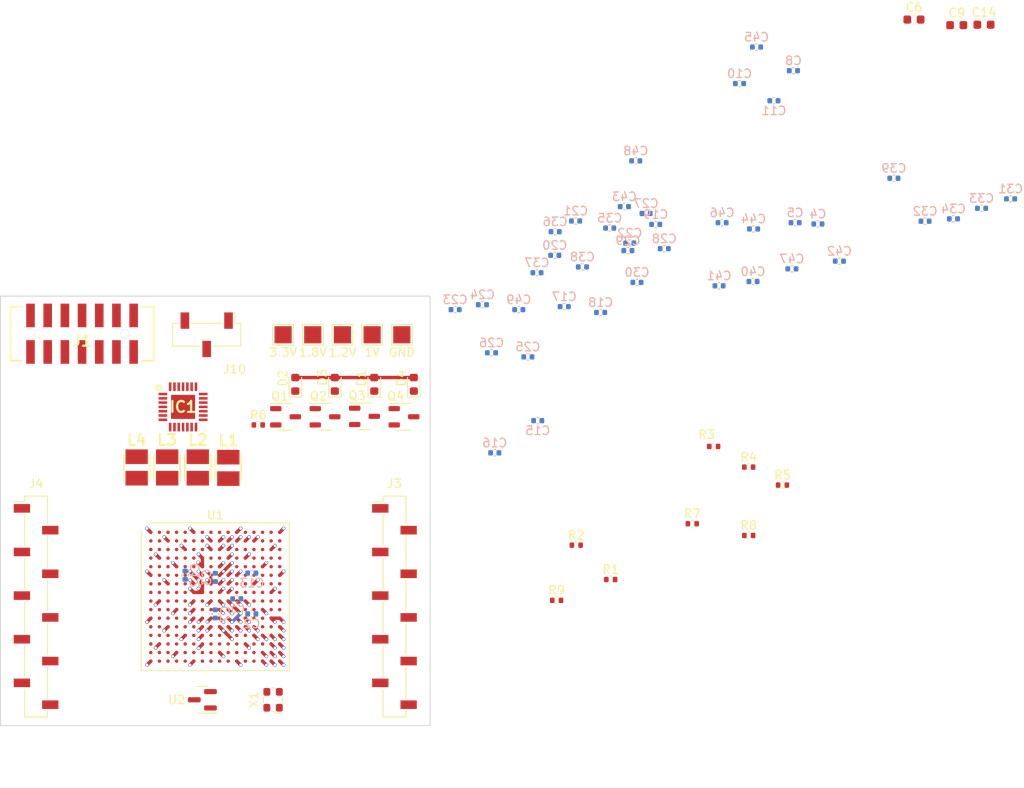
<source format=kicad_pcb>
(kicad_pcb (version 20221018) (generator pcbnew)
  (layers (0 "F.Cu" signal) (1 "In1.Cu" signal) (2 "In2.Cu" signal) (3 "In3.Cu" signal) (4 "In4.Cu" signal) (5 "In5.Cu" signal) (6 "In6.Cu" signal) (31 "B.Cu" signal) (34 "B.Paste" user) (35 "F.Paste" user) (36 "B.SilkS" user "B.Silkscreen") (37 "F.SilkS" user "F.Silkscreen") (38 "B.Mask" user) (39 "F.Mask" user) (44 "Edge.Cuts" user))
  (net 0 "")
  (net 1 "GND")
  (net 2 "EN1")
  (net 3 "Net-(D1-K)")
  (net 4 "Net-(D2-K)")
  (net 5 "Net-(D3-K)")
  (net 6 "Net-(D4-K)")
  (net 7 "EN3")
  (net 8 "PG4")
  (net 9 "EN4")
  (net 10 "LX4")
  (net 11 "LX3")
  (net 12 "EN2")
  (net 13 "LX2")
  (net 14 "LX1")
  (net 17 "TDI")
  (net 18 "TDO")
  (net 19 "TCK")
  (net 20 "TMS")
  (net 21 "Net-(J3-Pin_1)")
  (net 22 "Net-(J3-Pin_2)")
  (net 23 "Net-(J3-Pin_3)")
  (net 24 "Net-(J3-Pin_4)")
  (net 25 "Net-(J3-Pin_5)")
  (net 26 "Net-(J3-Pin_6)")
  (net 27 "Net-(J3-Pin_7)")
  (net 28 "Net-(J3-Pin_8)")
  (net 29 "Net-(J3-Pin_9)")
  (net 30 "Net-(J3-Pin_10)")
  (net 31 "Net-(J4-Pin_1)")
  (net 32 "Net-(J4-Pin_2)")
  (net 33 "Net-(J4-Pin_3)")
  (net 34 "Net-(J4-Pin_4)")
  (net 35 "Net-(J4-Pin_5)")
  (net 36 "Net-(J4-Pin_6)")
  (net 37 "Net-(J4-Pin_7)")
  (net 38 "Net-(J4-Pin_8)")
  (net 39 "Net-(J4-Pin_9)")
  (net 40 "Net-(J4-Pin_10)")
  (net 41 "DONE")
  (net 42 "LED_Test")
  (net 43 "INIT_B")
  (net 44 "Net-(U1C-PROGRAM_B_0)")
  (net 45 "Net-(X1-Tri-State)")
  (net 101 "Net-(U1C-VREFP_0)")
  (net 117 "CLK")
  (net 200 "1.8V")
  (net 201 "1V")
  (net 202 "3.3V")
  (net 203 "1.2V")
  (footprint "Resistor_SMD:R_0402_1005Metric" (layer "F.Cu") (at 159.99 90.5)
    (fp_text reference "R3")
    (fp_text value "10k")
  )
  (footprint "Connector_PinSocket_2.54mm:PinSocket_1x10_P2.54mm_Vertical_SMD_Pin1Left" (layer "F.Cu") (at 81.15 109.14)
    (fp_text reference "J4")
    (fp_text value "Conn_01x10_Socket")
  )
  (footprint "LED_SMD:LED_0603_1608Metric" (layer "F.Cu") (at 115.91 83.27 90)
    (fp_text reference "D3")
    (fp_text value "DONE")
  )
  (footprint "Resistor_SMD:R_0402_1005Metric" (layer "F.Cu") (at 157.5 99.5)
    (fp_text reference "R7")
    (fp_text value "1k")
  )
  (footprint "74404032015:INDPM3030X150N" (layer "F.Cu") (at 92.85 92.95 -90)
    (fp_text reference "L4")
    (fp_text value "1u5" hide)
  )
  (footprint "TestPoint:TestPoint_Pad_2.0x2.0mm" (layer "F.Cu") (at 120.25 77.5)
    (fp_text reference "TP2" hide)
    (fp_text value "1V")
  )
  (footprint "LED_SMD:LED_0603_1608Metric" (layer "F.Cu") (at 125.1 83.27 90)
    (fp_text reference "D4")
    (fp_text value "INIT_B")
  )
  (footprint "Resistor_SMD:R_0402_1005Metric" (layer "F.Cu") (at 144 102)
    (fp_text reference "R2")
    (fp_text value "4k7")
  )
  (footprint "TestPoint:TestPoint_Pad_2.0x2.0mm" (layer "F.Cu") (at 123.70335 77.5)
    (fp_text reference "TP1" hide)
    (fp_text value "GND")
  )
  (footprint "Package_TO_SOT_SMD:SOT-23-3" (layer "F.Cu") (at 123.955556 87.05)
    (fp_text reference "Q4")
    (fp_text value "2N7000")
  )
  (footprint "74404032015:INDPM3030X150N" (layer "F.Cu") (at 96.405555 92.95 -90)
    (fp_text reference "L3")
    (fp_text value "1u5" hide)
  )
  (footprint "Capacitor_SMD:C_0603_1608Metric" (layer "F.Cu") (at 191.449 41.4)
    (fp_text reference "C14")
    (fp_text value "100u")
  )
  (footprint "Resistor_SMD:R_0402_1005Metric" (layer "F.Cu") (at 107 88)
    (fp_text reference "R6")
    (fp_text value "10k")
  )
  (footprint "74404032015:INDPM3030X150N" (layer "F.Cu") (at 103.516665 93 -90)
    (fp_text reference "L1")
    (fp_text value "1u5" hide)
  )
  (footprint "LED_SMD:LED_0603_1608Metric" (layer "F.Cu") (at 111.31 83.27 90)
    (fp_text reference "D2")
    (fp_text value "PG")
  )
  (footprint "TestPoint:TestPoint_Pad_2.0x2.0mm" (layer "F.Cu") (at 116.79665 77.5)
    (fp_text reference "TP3" hide)
    (fp_text value "1.2V")
  )
  (footprint "Resistor_SMD:R_0402_1005Metric" (layer "F.Cu") (at 141.72 108.42)
    (fp_text reference "R9")
    (fp_text value "1k")
  )
  (footprint "LED_SMD:LED_0603_1608Metric" (layer "F.Cu") (at 120.5 83.27 90)
    (fp_text reference "D1")
    (fp_text value "Test-LED")
  )
  (footprint "Capacitor_SMD:C_0603_1608Metric" (layer "F.Cu") (at 183.3 40.8)
    (fp_text reference "C6")
    (fp_text value "47u")
  )
  (footprint "Resistor_SMD:R_0402_1005Metric" (layer "F.Cu") (at 164.07 100.87)
    (fp_text reference "R8")
    (fp_text value "5k")
  )
  (footprint "Package_TO_SOT_SMD:SOT-23-3" (layer "F.Cu") (at 110.17639 87.05)
    (fp_text reference "Q1")
    (fp_text value "2N7000")
  )
  (footprint "TestPoint:TestPoint_Pad_2.0x2.0mm" (layer "F.Cu") (at 109.88995 77.5)
    (fp_text reference "TP5" hide)
    (fp_text value "3.3V")
  )
  (footprint "74404032015:INDPM3030X150N" (layer "F.Cu") (at 99.96111 92.95 -90)
    (fp_text reference "L2")
    (fp_text value "1u5" hide)
  )
  (footprint "TestPoint:TestPoint_Pad_2.0x2.0mm" (layer "F.Cu") (at 113.3433 77.5)
    (fp_text reference "TP4" hide)
    (fp_text value "1.8V")
  )
  (footprint "Package_TO_SOT_SMD:SOT-23-3" (layer "F.Cu") (at 114.769445 87.05)
    (fp_text reference "Q2")
    (fp_text value "2N7000")
  )
  (footprint "Package_TO_SOT_SMD:SOT-23" (layer "F.Cu") (at 100.5 120 180)
    (fp_text reference "U2")
    (fp_text value "REF3012")
  )
  (footprint "Resistor_SMD:R_0402_1005Metric" (layer "F.Cu") (at 164.07 92.91)
    (fp_text reference "R4")
    (fp_text value "10k")
  )
  (footprint "Connector_PinSocket_2.54mm:PinSocket_1x10_P2.54mm_Vertical_SMD_Pin1Left" (layer "F.Cu") (at 122.85 109.14)
    (fp_text reference "J3")
    (fp_text value "Conn_01x10_Socket")
  )
  (footprint "Capacitor_SMD:C_0603_1608Metric" (layer "F.Cu") (at 188.275 41.45)
    (fp_text reference "C9")
    (fp_text value "100u")
  )
  (footprint "Package_BGA:Xilinx_FTG256" (layer "F.Cu") (at 102 108)
    (fp_text reference "U1")
    (fp_text value "XC7A15T-FTG256")
  )
  (footprint "Oscillator:Oscillator_SMD_ECS_2520MV-xxx-xx-4Pin_2.5x2.0mm" (layer "F.Cu") (at 108.725 120 180)
    (fp_text reference "X1")
    (fp_text value "ECS-2520MV-160-CN-TR")
  )
  (footprint "Resistor_SMD:R_0402_1005Metric" (layer "F.Cu") (at 148.01 106)
    (fp_text reference "R1")
    (fp_text value "4k7")
  )
  (footprint "MAX20029ATIF_V+:QFN50P500X500X80-29N" (layer "F.Cu") (at 98.25 85.9)
    (fp_text reference "IC1")
    (fp_text value "MAX20029ATIF_V+" hide)
  )
  (footprint "87832-1420:87832-1420" (layer "F.Cu") (at 86.5 77.375)
    (fp_text reference "J1")
    (fp_text value "Conn_02x07_Odd_Even" hide)
  )
  (footprint "Connector_PinSocket_2.54mm:PinSocket_1x03_P2.54mm_Vertical_SMD_Pin1Left" (layer "F.Cu") (at 101 77.5 -90)
    (fp_text reference "J10")
    (fp_text value "Conn_01x03_Socket")
  )
  (footprint "Resistor_SMD:R_0402_1005Metric" (layer "F.Cu") (at 168 95)
    (fp_text reference "R5")
    (fp_text value "10k")
  )
  (footprint "Package_TO_SOT_SMD:SOT-23-3" (layer "F.Cu") (at 119.3625 87)
    (fp_text reference "Q3")
    (fp_text value "2N7000")
  )
  (footprint "Capacitor_SMD:C_0402_1005Metric" (layer "B.Cu") (at 151.068 71.4 180)
    (fp_text reference "C30")
    (fp_text value "470n")
  )
  (footprint "Capacitor_SMD:C_0402_1005Metric" (layer "B.Cu") (at 144.72 69.6 180)
    (fp_text reference "C38")
    (fp_text value "470n")
  )
  (footprint "Capacitor_SMD:C_0402_1005Metric" (layer "B.Cu") (at 150.225 66.825 180)
    (fp_text reference "C22")
    (fp_text value "4u7")
  )
  (footprint "Capacitor_SMD:C_0402_1005Metric" (layer "B.Cu") (at 137.314 74.575 180)
    (fp_text reference "C49")
    (fp_text value "470n")
  )
  (footprint "Capacitor_SMD:C_0402_1005Metric" (layer "B.Cu") (at 160.97 64.45 180)
    (fp_text reference "C46")
    (fp_text value "47u")
  )
  (footprint "Capacitor_SMD:C_0402_1005Metric" (layer "B.Cu") (at 134.52 91.25 180)
    (fp_text reference "C16")
    (fp_text value "470n")
  )
  (footprint "Capacitor_SMD:C_0402_1005Metric" (layer "B.Cu") (at 184.59 64.275 180)
    (fp_text reference "C32")
    (fp_text value "4u7")
  )
  (footprint "Capacitor_SMD:C_0402_1005Metric" (layer "B.Cu") (at 167 50.25)
    (fp_text reference "C11")
    (fp_text value "4u7")
  )
  (footprint "Capacitor_SMD:C_0402_1005Metric" (layer "B.Cu") (at 138.372 80.075 180)
    (fp_text reference "C25")
    (fp_text value "470n")
  )
  (footprint "Capacitor_SMD:C_0402_1005Metric" (layer "B.Cu") (at 164.635 65.175 180)
    (fp_text reference "C44")
    (fp_text value "75p")
  )
  (footprint "Capacitor_SMD:C_0402_1005Metric" (layer "B.Cu") (at 150.01 67.7 180)
    (fp_text reference "C29")
    (fp_text value "470n")
  )
  (footprint "Capacitor_SMD:C_0402_1005Metric" (layer "B.Cu") (at 163 48.25 180)
    (fp_text reference "C10")
    (fp_text value "4u7")
  )
  (footprint "Capacitor_SMD:C_0402_1005Metric" (layer "B.Cu") (at 133.082 74 180)
    (fp_text reference "C24")
    (fp_text value "470n")
  )
  (footprint "Capacitor_SMD:C_0402_1005Metric" (layer "B.Cu") (at 160.62 71.8 180)
    (fp_text reference "C41")
    (fp_text value "4u7")
  )
  (footprint "Capacitor_SMD:C_0402_1005Metric" (layer "B.Cu") (at 129.908 74.575 180)
    (fp_text reference "C23")
    (fp_text value "470n")
  )
  (footprint "Capacitor_SMD:C_0402_1005Metric" (layer "B.Cu") (at 180.96 59.275 180)
    (fp_text reference "C39")
    (fp_text value "4u7")
  )
  (footprint "Capacitor_SMD:C_0402_1005Metric" (layer "B.Cu") (at 102 105.75 -90)
    (fp_text reference "C3")
    (fp_text value "470n")
  )
  (footprint "Capacitor_SMD:C_0402_1005Metric" (layer "B.Cu") (at 104.5 108.25)
    (fp_text reference "C1")
    (fp_text value "470n")
  )
  (footprint "Capacitor_SMD:C_0402_1005Metric" (layer "B.Cu") (at 139.52 87.5)
    (fp_text reference "C15")
    (fp_text value "470n")
  )
  (footprint "Capacitor_SMD:C_0402_1005Metric" (layer "B.Cu") (at 153.245 64.65 180)
    (fp_text reference "C19")
    (fp_text value "4u7")
  )
  (footprint "Capacitor_SMD:C_0402_1005Metric" (layer "B.Cu") (at 141.5 68.25 180)
    (fp_text reference "C20")
    (fp_text value "4u7")
  )
  (footprint "Capacitor_SMD:C_0402_1005Metric" (layer "B.Cu") (at 134.14 79.6 180)
    (fp_text reference "C26")
    (fp_text value "470n")
  )
  (footprint "Capacitor_SMD:C_0402_1005Metric" (layer "B.Cu") (at 169.27 46.75 180)
    (fp_text reference "C8")
    (fp_text value "47u")
  )
  (footprint "Capacitor_SMD:C_0402_1005Metric" (layer "B.Cu") (at 147.894 65.075 180)
    (fp_text reference "C35")
    (fp_text value "470n")
  )
  (footprint "Capacitor_SMD:C_0402_1005Metric" (layer "B.Cu") (at 169.47 64.45 180)
    (fp_text reference "C5")
    (fp_text value "4u7")
  )
  (footprint "Capacitor_SMD:C_0402_1005Metric" (layer "B.Cu") (at 143.925 64.25 180)
    (fp_text reference "C21")
    (fp_text value "4u7")
  )
  (footprint "Capacitor_SMD:C_0402_1005Metric" (layer "B.Cu") (at 164.57 71.3 180)
    (fp_text reference "C40")
    (fp_text value "4u7")
  )
  (footprint "Capacitor_SMD:C_0402_1005Metric" (layer "B.Cu") (at 146.836 74.9 180)
    (fp_text reference "C18")
    (fp_text value "470n")
  )
  (footprint "Capacitor_SMD:C_0402_1005Metric" (layer "B.Cu") (at 187.89 64 180)
    (fp_text reference "C34")
    (fp_text value "4u7")
  )
  (footprint "Capacitor_SMD:C_0402_1005Metric" (layer "B.Cu") (at 172.12 64.6 180)
    (fp_text reference "C4")
    (fp_text value "4u7")
  )
  (footprint "Capacitor_SMD:C_0402_1005Metric" (layer "B.Cu") (at 164.98 44 180)
    (fp_text reference "C45")
    (fp_text value "47u")
  )
  (footprint "Capacitor_SMD:C_0402_1005Metric" (layer "B.Cu") (at 169.095 69.825 180)
    (fp_text reference "C47")
    (fp_text value "47u")
  )
  (footprint "Capacitor_SMD:C_0402_1005Metric" (layer "B.Cu") (at 141.546 65.5 180)
    (fp_text reference "C36")
    (fp_text value "470n")
  )
  (footprint "Capacitor_SMD:C_0402_1005Metric" (layer "B.Cu") (at 139.43 70.275 180)
    (fp_text reference "C37")
    (fp_text value "470n")
  )
  (footprint "Capacitor_SMD:C_0402_1005Metric" (layer "B.Cu") (at 142.604 74.225 180)
    (fp_text reference "C17")
    (fp_text value "470n")
  )
  (footprint "Capacitor_SMD:C_0402_1005Metric" (layer "B.Cu") (at 194.54 61.675 180)
    (fp_text reference "C31")
    (fp_text value "4u7")
  )
  (footprint "Capacitor_SMD:C_0402_1005Metric" (layer "B.Cu") (at 152.126 63.375 180)
    (fp_text reference "C27")
    (fp_text value "470n")
  )
  (footprint "Capacitor_SMD:C_0402_1005Metric" (layer "B.Cu") (at 191.165 62.775 180)
    (fp_text reference "C33")
    (fp_text value "4u7")
  )
  (footprint "Capacitor_SMD:C_0402_1005Metric" (layer "B.Cu") (at 106.25 105.25)
    (fp_text reference "C13")
    (fp_text value "470n")
  )
  (footprint "Capacitor_SMD:C_0402_1005Metric" (layer "B.Cu") (at 149.6 62.575 180)
    (fp_text reference "C43")
    (fp_text value "4u7")
  )
  (footprint "Capacitor_SMD:C_0402_1005Metric" (layer "B.Cu") (at 150.925 57.25 180)
    (fp_text reference "C48")
    (fp_text value "47u")
  )
  (footprint "Capacitor_SMD:C_0402_1005Metric" (layer "B.Cu") (at 106.25 110)
    (fp_text reference "C2")
    (fp_text value "470n")
  )
  (footprint "Capacitor_SMD:C_0402_1005Metric" (layer "B.Cu") (at 98.5 105.5 90)
    (fp_text reference "C12")
    (fp_text value "470n")
  )
  (footprint "Capacitor_SMD:C_0402_1005Metric" (layer "B.Cu") (at 154.242 67.475 180)
    (fp_text reference "C28")
    (fp_text value "470n")
  )
  (footprint "Capacitor_SMD:C_0402_1005Metric" (layer "B.Cu") (at 102 110 90)
    (fp_text reference "C7")
    (fp_text value "470n")
  )
  (footprint "Capacitor_SMD:C_0402_1005Metric" (layer "B.Cu") (at 174.62 68.925 180)
    (fp_text reference "C42")
    (fp_text value "4u7")
  )
  (gr_line (start 77 73) (end 77 123) (stroke (width 0.1)) (layer "Edge.Cuts"))
  (gr_line (start 77 123) (end 127 123) (stroke (width 0.1)) (layer "Edge.Cuts"))
  (gr_line (start 127 73) (end 77 73) (stroke (width 0.1)) (layer "Edge.Cuts"))
  (gr_line (start 127 123) (end 127 73) (stroke (width 0.1)) (layer "Edge.Cuts"))
  (segment (start 100.5 107.5) (end 99.5 107.5) (width 0.4) (layer "F.Cu") (net 1))
  (segment (start 100.5 107.5) (end 100.05 107.05) (width 0.4) (layer "F.Cu") (net 1))
  (segment (start 109.5 105.5) (end 109.95 105.05) (width 0.4) (layer "F.Cu") (net 1))
  (segment (start 109.5 115.5) (end 109.95 115.95) (width 0.4) (layer "F.Cu") (net 1))
  (segment (start 98.5 102.5) (end 98.05 102.05) (width 0.4) (layer "F.Cu") (net 1))
  (segment (start 100.5 107.5) (end 100.5 106.5) (width 0.4) (layer "F.Cu") (net 1))
  (segment (start 99.5 109.5) (end 99.05 109.95) (width 0.4) (layer "F.Cu") (net 1))
  (segment (start 103.5 105.5) (end 103.95 105.05) (width 0.4) (layer "F.Cu") (net 1))
  (segment (start 105.5 103.5) (end 105.95 103.05) (width 0.4) (layer "F.Cu") (net 1))
  (segment (start 99.5 105.5) (end 99.05 105.05) (width 0.4) (layer "F.Cu") (net 1))
  (segment (start 101.5 101.5) (end 101.05 101.05) (width 0.4) (layer "F.Cu") (net 1))
  (segment (start 107.5 109.5) (end 107.95 109.95) (width 0.4) (layer "F.Cu") (net 1))
  (segment (start 96.5 106.5) (end 96.05 106.05) (width 0.4) (layer "F.Cu") (net 1))
  (segment (start 100.5 106.5) (end 100.05 106.05) (width 0.4) (layer "F.Cu") (net 1))
  (segment (start 101.5 111.5) (end 101.05 111.95) (width 0.4) (layer "F.Cu") (net 1))
  (segment (start 102.5 106.5) (end 102.95 106.05) (width 0.4) (layer "F.Cu") (net 1))
  (segment (start 97.5 109.5) (end 97.05 109.95) (width 0.4) (layer "F.Cu") (net 1))
  (segment (start 104.5 110.5) (end 104.95 110.95) (width 0.4) (layer "F.Cu") (net 1))
  (segment (start 102.5 114.5) (end 102.95 114.95) (width 0.4) (layer "F.Cu") (net 1))
  (segment (start 100.05 106.05) (end 99.5 105.5) (width 0.4) (layer "F.Cu") (net 1))
  (segment (start 98.5 112.5) (end 98.05 112.95) (width 0.4) (layer "F.Cu") (net 1))
  (segment (start 103.5 111.5) (end 103.95 111.95) (width 0.4) (layer "F.Cu") (net 1))
  (segment (start 104.5 100.5) (end 104.95 100.05) (width 0.4) (layer "F.Cu") (net 1))
  (segment (start 94.5 110.5) (end 94.05 110.95) (width 0.4) (layer "F.Cu") (net 1))
  (segment (start 102.5 104.5) (end 102.95 104.05) (width 0.4) (layer "F.Cu") (net 1))
  (segment (start 102.5 108.5) (end 102.95 108.95) (width 0.4) (layer "F.Cu") (net 1))
  (segment (start 95.5 103.5) (end 95.05 103.05) (width 0.4) (layer "F.Cu") (net 1))
  (segment (start 108.5 112.5) (end 108.95 112.95) (width 0.4) (layer "F.Cu") (net 1))
  (segment (start 99.5 115.5) (end 99.05 115.95) (width 0.4) (layer "F.Cu") (net 1))
  (segment (start 108.5 102.5) (end 108.95 102.05) (width 0.4) (layer "F.Cu") (net 1))
  (segment (start 95.5 113.5) (end 95.05 113.95) (width 0.4) (layer "F.Cu") (net 1))
  (segment (start 104.5 108.5) (end 104.95 108.95) (width 0.4) (layer "F.Cu") (net 1))
  (segment (start 106.5 106.5) (end 106.95 106.05) (width 0.4) (layer "F.Cu") (net 1))
  (segment (start 94.5 100.5) (end 94.05 100.05) (width 0.4) (layer "F.Cu") (net 1))
  (segment (start 99.5 107.5) (end 99.05 107.05) (width 0.4) (layer "F.Cu") (net 1))
  (segment (start 105.5 113.5) (end 105.95 113.95) (width 0.4) (layer "F.Cu") (net 1))
  (via (at 107.95 109.95) (size 0.4) (drill 0.3) (layers "F.Cu" "B.Cu") (net 1))
  (via (at 109.95 105.05) (size 0.4) (drill 0.3) (layers "F.Cu" "B.Cu") (net 1))
  (via (at 104.95 108.95) (size 0.4) (drill 0.3) (layers "F.Cu" "B.Cu") (net 1))
  (via (at 94.05 100.05) (size 0.4) (drill 0.3) (layers "F.Cu" "B.Cu") (net 1))
  (via (at 99.05 115.95) (size 0.4) (drill 0.3) (layers "F.Cu" "B.Cu") (net 1))
  (via (at 100.05 106.05) (size 0.4) (drill 0.3) (layers "F.Cu" "B.Cu") (net 1))
  (via (at 99.05 107.05) (size 0.4) (drill 0.3) (layers "F.Cu" "B.Cu") (net 1))
  (via (at 96.05 106.05) (size 0.4) (drill 0.3) (layers "F.Cu" "B.Cu") (net 1))
  (via (at 103.95 111.95) (size 0.4) (drill 0.3) (layers "F.Cu" "B.Cu") (net 1))
  (via (at 102.95 104.05) (size 0.4) (drill 0.3) (layers "F.Cu" "B.Cu") (net 1))
  (via (at 100.05 107.05) (size 0.4) (drill 0.3) (layers "F.Cu" "B.Cu") (net 1))
  (via (at 95.05 113.95) (size 0.4) (drill 0.3) (layers "F.Cu" "B.Cu") (net 1))
  (via (at 99.05 109.95) (size 0.4) (drill 0.3) (layers "F.Cu" "B.Cu") (net 1))
  (via (at 103.95 105.05) (size 0.4) (drill 0.3) (layers "F.Cu" "B.Cu") (net 1))
  (via (at 101.05 111.95) (size 0.4) (drill 0.3) (layers "F.Cu" "B.Cu") (net 1))
  (via (at 104.95 100.05) (size 0.4) (drill 0.3) (layers "F.Cu" "B.Cu") (net 1))
  (via (at 105.95 103.05) (size 0.4) (drill 0.3) (layers "F.Cu" "B.Cu") (net 1))
  (via (at 102.95 108.95) (size 0.4) (drill 0.3) (layers "F.Cu" "B.Cu") (net 1))
  (via (at 106.95 106.05) (size 0.4) (drill 0.3) (layers "F.Cu" "B.Cu") (net 1))
  (via (at 98.05 102.05) (size 0.4) (drill 0.3) (layers "F.Cu" "B.Cu") (net 1))
  (via (at 99.05 105.05) (size 0.4) (drill 0.3) (layers "F.Cu" "B.Cu") (net 1))
  (via (at 95.05 103.05) (size 0.4) (drill 0.3) (layers "F.Cu" "B.Cu") (net 1))
  (via (at 108.95 102.05) (size 0.4) (drill 0.3) (layers "F.Cu" "B.Cu") (net 1))
  (via (at 102.95 106.05) (size 0.4) (drill 0.3) (layers "F.Cu" "B.Cu") (net 1))
  (via (at 102.95 114.95) (size 0.4) (drill 0.3) (layers "F.Cu" "B.Cu") (net 1))
  (via (at 104.95 110.95) (size 0.4) (drill 0.3) (layers "F.Cu" "B.Cu") (net 1))
  (via (at 105.95 113.95) (size 0.4) (drill 0.3) (layers "F.Cu" "B.Cu") (net 1))
  (via (at 98.05 112.95) (size 0.4) (drill 0.3) (layers "F.Cu" "B.Cu") (net 1))
  (via (at 109.95 115.95) (size 0.4) (drill 0.3) (layers "F.Cu" "B.Cu") (net 1))
  (via (at 108.95 112.95) (size 0.4) (drill 0.3) (layers "F.Cu" "B.Cu") (net 1))
  (via (at 101.05 101.05) (size 0.4) (drill 0.3) (layers "F.Cu" "B.Cu") (net 1))
  (via (at 94.05 110.95) (size 0.4) (drill 0.3) (layers "F.Cu" "B.Cu") (net 1))
  (via (at 97.05 109.95) (size 0.4) (drill 0.3) (layers "F.Cu" "B.Cu") (net 1))
  (segment (start 100.5 112.5) (end 100.05 112.95) (width 0.4) (layer "F.Cu") (net 17))
  (via (at 100.05 112.95) (size 0.4) (drill 0.3) (layers "F.Cu" "B.Cu") (net 17))
  (segment (start 100.5 110.5) (end 100.05 110.95) (width 0.4) (layer "F.Cu") (net 19))
  (via (at 100.05 110.95) (size 0.4) (drill 0.3) (layers "F.Cu" "B.Cu") (net 19))
  (segment (start 100.5 111.5) (end 100.05 111.95) (width 0.4) (layer "F.Cu") (net 20))
  (via (at 100.05 111.95) (size 0.4) (drill 0.3) (layers "F.Cu" "B.Cu") (net 20))
  (segment (start 108.5 115.5) (end 108.95 115.95) (width 0.4) (layer "F.Cu") (net 21))
  (via (at 108.95 115.95) (size 0.4) (drill 0.3) (layers "F.Cu" "B.Cu") (net 21))
  (segment (start 107.5 115.5) (end 107.95 115.95) (width 0.4) (layer "F.Cu") (net 22))
  (via (at 107.95 115.95) (size 0.4) (drill 0.3) (layers "F.Cu" "B.Cu") (net 22))
  (segment (start 109.5 114.5) (end 109.95 114.95) (width 0.4) (layer "F.Cu") (net 23))
  (via (at 109.95 114.95) (size 0.4) (drill 0.3) (layers "F.Cu" "B.Cu") (net 23))
  (segment (start 108.5 114.5) (end 108.95 114.95) (width 0.4) (layer "F.Cu") (net 24))
  (via (at 108.95 114.95) (size 0.4) (drill 0.3) (layers "F.Cu" "B.Cu") (net 24))
  (segment (start 109.5 113.5) (end 109.95 113.95) (width 0.4) (layer "F.Cu") (net 25))
  (via (at 109.95 113.95) (size 0.4) (drill 0.3) (layers "F.Cu" "B.Cu") (net 25))
  (segment (start 108.5 113.5) (end 108.95 113.95) (width 0.4) (layer "F.Cu") (net 26))
  (via (at 108.95 113.95) (size 0.4) (drill 0.3) (layers "F.Cu" "B.Cu") (net 26))
  (segment (start 109.5 112.5) (end 109.95 112.95) (width 0.4) (layer "F.Cu") (net 27))
  (via (at 109.95 112.95) (size 0.4) (drill 0.3) (layers "F.Cu" "B.Cu") (net 27))
  (segment (start 109.5 111.5) (end 109.95 111.95) (width 0.4) (layer "F.Cu") (net 28))
  (via (at 109.95 111.95) (size 0.4) (drill 0.3) (layers "F.Cu" "B.Cu") (net 28))
  (segment (start 105.5 111.5) (end 105.95 111.95) (width 0.4) (layer "F.Cu") (net 29))
  (via (at 105.95 111.95) (size 0.4) (drill 0.3) (layers "F.Cu" "B.Cu") (net 29))
  (segment (start 105.5 110.5) (end 105.95 110.95) (width 0.4) (layer "F.Cu") (net 30))
  (via (at 105.95 110.95) (size 0.4) (drill 0.3) (layers "F.Cu" "B.Cu") (net 30))
  (segment (start 105.5 101.5) (end 105.95 101.05) (width 0.4) (layer "F.Cu") (net 31))
  (via (at 105.95 101.05) (size 0.4) (drill 0.3) (layers "F.Cu" "B.Cu") (net 31))
  (segment (start 104.5 101.5) (end 104.95 101.05) (width 0.4) (layer "F.Cu") (net 32))
  (via (at 104.95 101.05) (size 0.4) (drill 0.3) (layers "F.Cu" "B.Cu") (net 32))
  (segment (start 103.5 101.5) (end 103.95 101.05) (width 0.4) (layer "F.Cu") (net 33))
  (via (at 103.95 101.05) (size 0.4) (drill 0.3) (layers "F.Cu" "B.Cu") (net 33))
  (segment (start 102.5 101.5) (end 102.95 101.05) (width 0.4) (layer "F.Cu") (net 35))
  (via (at 102.95 101.05) (size 0.4) (drill 0.3) (layers "F.Cu" "B.Cu") (net 35))
  (segment (start 102.5 102.5) (end 102.95 102.05) (width 0.4) (layer "F.Cu") (net 38))
  (via (at 102.95 102.05) (size 0.4) (drill 0.3) (layers "F.Cu" "B.Cu") (net 38))
  (segment (start 101.5 102.5) (end 101.05 102.05) (width 0.4) (layer "F.Cu") (net 39))
  (via (at 101.05 102.05) (size 0.4) (drill 0.3) (layers "F.Cu" "B.Cu") (net 39))
  (segment (start 103.5 103.5) (end 103.95 103.05) (width 0.4) (layer "F.Cu") (net 40))
  (via (at 103.95 103.05) (size 0.4) (drill 0.3) (layers "F.Cu" "B.Cu") (net 40))
  (segment (start 103.5 107.5) (end 103.95 107.05) (width 0.4) (layer "F.Cu") (net 41))
  (via (at 103.95 107.05) (size 0.4) (drill 0.3) (layers "F.Cu" "B.Cu") (net 41))
  (segment (start 106.5 112.5) (end 106.95 112.95) (width 0.4) (layer "F.Cu") (net 42))
  (via (at 106.95 112.95) (size 0.4) (drill 0.3) (layers "F.Cu" "B.Cu") (net 42))
  (segment (start 103.5 109.5) (end 103.95 109.95) (width 0.4) (layer "F.Cu") (net 43))
  (via (at 103.95 109.95) (size 0.4) (drill 0.3) (layers "F.Cu" "B.Cu") (net 43))
  (segment (start 102.5 110.5) (end 102.95 110.95) (width 0.4) (layer "F.Cu") (net 44))
  (via (at 102.95 110.95) (size 0.4) (drill 0.3) (layers "F.Cu" "B.Cu") (net 44))
  (segment (start 101.5 108.5) (end 101.05 108.95) (width 0.4) (layer "F.Cu") (net 101))
  (via (at 101.05 108.95) (size 0.4) (drill 0.3) (layers "F.Cu" "B.Cu") (net 101))
  (segment (start 107.5 112.5) (end 107.95 112.95) (width 0.4) (layer "F.Cu") (net 117))
  (via (at 107.95 112.95) (size 0.4) (drill 0.3) (layers "F.Cu" "B.Cu") (net 117))
  (segment (start 103.5 110.5) (end 103.95 110.95) (width 0.4) (layer "F.Cu") (net 200))
  (segment (start 103.5 106.5) (end 103.95 106.05) (width 0.4) (layer "F.Cu") (net 200))
  (segment (start 101.5 106.5) (end 101.05 106.05) (width 0.4) (layer "F.Cu") (net 200))
  (segment (start 103.95 108.95) (end 104.5 109.5) (width 0.4) (layer "F.Cu") (net 200))
  (segment (start 101.5 105.5) (end 101.05 105.05) (width 0.4) (layer "F.Cu") (net 200))
  (segment (start 103.5 108.5) (end 103.95 108.95) (width 0.4) (layer "F.Cu") (net 200))
  (segment (start 101.5 106.5) (end 101.5 105.5) (width 0.4) (layer "F.Cu") (net 200))
  (segment (start 104.5 109.5) (end 104.95 109.95) (width 0.4) (layer "F.Cu") (net 200))
  (via (at 104.95 109.95) (size 0.4) (drill 0.3) (layers "F.Cu" "B.Cu") (net 200))
  (via (at 103.95 108.95) (size 0.4) (drill 0.3) (layers "F.Cu" "B.Cu") (net 200))
  (via (at 101.05 106.05) (size 0.4) (drill 0.3) (layers "F.Cu" "B.Cu") (net 200))
  (via (at 103.95 106.05) (size 0.4) (drill 0.3) (layers "F.Cu" "B.Cu") (net 200))
  (via (at 103.95 110.95) (size 0.4) (drill 0.3) (layers "F.Cu" "B.Cu") (net 200))
  (via (at 101.05 105.05) (size 0.4) (drill 0.3) (layers "F.Cu" "B.Cu") (net 200))
  (segment (start 103.95 110.95) (end 104.95 109.95) (width 0.4) (layer "B.Cu") (net 200))
  (segment (start 102.5 105.5) (end 102.95 105.05) (width 0.4) (layer "F.Cu") (net 201))
  (segment (start 102.5 109.5) (end 102.925 109.925) (width 0.4) (layer "F.Cu") (net 201))
  (segment (start 100.5 105.5) (end 100.05 105.05) (width 0.4) (layer "F.Cu") (net 201))
  (segment (start 104.5 105.5) (end 104.95 105.05) (width 0.4) (layer "F.Cu") (net 201))
  (segment (start 99.5 106.5) (end 99.05 106.05) (width 0.4) (layer "F.Cu") (net 201))
  (segment (start 103.5 104.5) (end 103.95 104.05) (width 0.4) (layer "F.Cu") (net 201))
  (segment (start 101.5 110.5) (end 101.075 110.925) (width 0.4) (layer "F.Cu") (net 201))
  (segment (start 99.5 108.5) (end 99.05 108.95) (width 0.4) (layer "F.Cu") (net 201))
  (segment (start 102.95 105.05) (end 103.5 104.5) (width 0.4) (layer "F.Cu") (net 201))
  (segment (start 102.5 107.5) (end 102.95 107.05) (width 0.4) (layer "F.Cu") (net 201))
  (via (at 99.05 108.95) (size 0.4) (drill 0.3) (layers "F.Cu" "B.Cu") (net 201))
  (via (at 103.95 104.05) (size 0.4) (drill 0.3) (layers "F.Cu" "B.Cu") (net 201))
  (via (at 104.95 105.05) (size 0.4) (drill 0.3) (layers "F.Cu" "B.Cu") (net 201))
  (via (at 99.05 106.05) (size 0.4) (drill 0.3) (layers "F.Cu" "B.Cu") (net 201))
  (via (at 100.05 105.05) (size 0.4) (drill 0.3) (layers "F.Cu" "B.Cu") (net 201))
  (via (at 101.075 110.925) (size 0.4) (drill 0.3) (layers "F.Cu" "B.Cu") (net 201))
  (via (at 102.95 105.05) (size 0.4) (drill 0.3) (layers "F.Cu" "B.Cu") (net 201))
  (via (at 102.95 107.05) (size 0.4) (drill 0.3) (layers "F.Cu" "B.Cu") (net 201))
  (via (at 102.925 109.925) (size 0.4) (drill 0.3) (layers "F.Cu" "B.Cu") (net 201))
  (segment (start 115.91 82.4825) (end 120.5 82.4825) (width 0.4) (layer "F.Cu") (net 202))
  (segment (start 108.5 110.5) (end 108.95 110.95) (width 0.4) (layer "F.Cu") (net 202))
  (segment (start 108.5 110.5) (end 109.5 110.5) (width 0.4) (layer "F.Cu") (net 202))
  (segment (start 97.5 104.5) (end 97.05 104.05) (width 0.4) (layer "F.Cu") (net 202))
  (segment (start 94.5 115.5) (end 94.05 115.95) (width 0.4) (layer "F.Cu") (net 202))
  (segment (start 120.5 82.4825) (end 125.1 82.4825) (width 0.4) (layer "F.Cu") (net 202))
  (segment (start 104.5 115.5) (end 104.95 115.95) (width 0.4) (layer "F.Cu") (net 202))
  (segment (start 107.5 114.5) (end 107.95 114.95) (width 0.4) (layer "F.Cu") (net 202))
  (segment (start 104.5 111.5) (end 104.95 111.95) (width 0.4) (layer "F.Cu") (net 202))
  (segment (start 103.5 112.5) (end 103.95 112.95) (width 0.4) (layer "F.Cu") (net 202))
  (segment (start 102.95 111.95) (end 103.5 112.5) (width 0.4) (layer "F.Cu") (net 202))
  (segment (start 96.5 101.5) (end 96.05 101.05) (width 0.4) (layer "F.Cu") (net 202))
  (segment (start 99.5 110.5) (end 99.05 110.95) (width 0.4) (layer "F.Cu") (net 202))
  (segment (start 100.5 113.5) (end 100.5 113.55) (width 0.4) (layer "F.Cu") (net 202))
  (segment (start 109.5 110.5) (end 109.95 110.95) (width 0.4) (layer "F.Cu") (net 202))
  (segment (start 105.5 108.5) (end 105.95 108.95) (width 0.4) (layer "F.Cu") (net 202))
  (segment (start 103.5 102.5) (end 103.95 102.05) (width 0.4) (layer "F.Cu") (net 202))
  (segment (start 106.5 111.5) (end 106.95 111.95) (width 0.4) (layer "F.Cu") (net 202))
  (segment (start 94.5 105.5) (end 94.05 105.05) (width 0.4) (layer "F.Cu") (net 202))
  (segment (start 97.5 114.5) (end 97.05 114.95) (width 0.4) (layer "F.Cu") (net 202))
  (segment (start 108.5 107.5) (end 108.95 107.05) (width 0.4) (layer "F.Cu") (net 202))
  (segment (start 99.5 100.5) (end 99.05 100.05) (width 0.4) (layer "F.Cu") (net 202))
  (segment (start 106.5 101.5) (end 106.95 101.05) (width 0.4) (layer "F.Cu") (net 202))
  (segment (start 111.31 82.4825) (end 115.91 82.4825) (width 0.4) (layer "F.Cu") (net 202))
  (segment (start 95.5 108.5) (end 95.05 108.95) (width 0.4) (layer "F.Cu") (net 202))
  (segment (start 100.5 104.5) (end 100.5 103.5) (width 0.4) (layer "F.Cu") (net 202))
  (segment (start 100.5 104.5) (end 100 104) (width 0.4) (layer "F.Cu") (net 202))
  (segment (start 109.5 100.5) (end 109.95 100.05) (width 0.4) (layer "F.Cu") (net 202))
  (segment (start 96.5 111.5) (end 96.05 111.95) (width 0.4) (layer "F.Cu") (net 202))
  (segment (start 102.5 111.5) (end 102.95 111.95) (width 0.4) (layer "F.Cu") (net 202))
  (segment (start 100.5 113.55) (end 100.05 114) (width 0.4) (layer "F.Cu") (net 202))
  (segment (start 100.5 103.5) (end 100.05 103.05) (width 0.4) (layer "F.Cu") (net 202))
  (segment (start 107.5 104.5) (end 107.95 104.05) (width 0.4) (layer "F.Cu") (net 202))
  (via (at 107.95 104.05) (size 0.4) (drill 0.3) (layers "F.Cu" "B.Cu") (net 202))
  (via (at 99.05 110.95) (size 0.4) (drill 0.3) (layers "F.Cu" "B.Cu") (net 202))
  (via (at 100.05 103.05) (size 0.4) (drill 0.3) (layers "F.Cu" "B.Cu") (net 202))
  (via (at 109.95 110.95) (size 0.4) (drill 0.3) (layers "F.Cu" "B.Cu") (net 202))
  (via (at 104.95 111.95) (size 0.4) (drill 0.3) (layers "F.Cu" "B.Cu") (net 202))
  (via (at 100.05 114) (size 0.4) (drill 0.3) (layers "F.Cu" "B.Cu") (net 202))
  (via (at 96.05 111.95) (size 0.4) (drill 0.3) (layers "F.Cu" "B.Cu") (net 202))
  (via (at 106.95 101.05) (size 0.4) (drill 0.3) (layers "F.Cu" "B.Cu") (net 202))
  (via (at 105.95 108.95) (size 0.4) (drill 0.3) (layers "F.Cu" "B.Cu") (net 202))
  (via (at 99.05 100.05) (size 0.4) (drill 0.3) (layers "F.Cu" "B.Cu") (net 202))
  (via (at 96.05 101.05) (size 0.4) (drill 0.3) (layers "F.Cu" "B.Cu") (net 202))
  (via (at 103.95 112.95) (size 0.4) (drill 0.3) (layers "F.Cu" "B.Cu") (net 202))
  (via (at 108.95 110.95) (size 0.4) (drill 0.3) (layers "F.Cu" "B.Cu") (net 202))
  (via (at 108.95 107.05) (size 0.4) (drill 0.3) (layers "F.Cu" "B.Cu") (net 202))
  (via (at 100 104) (size 0.4) (drill 0.3) (layers "F.Cu" "B.Cu") (net 202))
  (via (at 94.05 115.95) (size 0.4) (drill 0.3) (layers "F.Cu" "B.Cu") (net 202))
  (via (at 97.05 114.95) (size 0.4) (drill 0.3) (layers "F.Cu" "B.Cu") (net 202))
  (via (at 102.95 111.95) (size 0.4) (drill 0.3) (layers "F.Cu" "B.Cu") (net 202))
  (via (at 106.95 111.95) (size 0.4) (drill 0.3) (layers "F.Cu" "B.Cu") (net 202))
  (via (at 109.95 100.05) (size 0.4) (drill 0.3) (layers "F.Cu" "B.Cu") (net 202))
  (via (at 107.95 114.95) (size 0.4) (drill 0.3) (layers "F.Cu" "B.Cu") (net 202))
  (via (at 103.95 102.05) (size 0.4) (drill 0.3) (layers "F.Cu" "B.Cu") (net 202))
  (via (at 104.95 115.95) (size 0.4) (drill 0.3) (layers "F.Cu" "B.Cu") (net 202))
  (via (at 95.05 108.95) (size 0.4) (drill 0.3) (layers "F.Cu" "B.Cu") (net 202))
  (via (at 94.05 105.05) (size 0.4) (drill 0.3) (layers "F.Cu" "B.Cu") (net 202))
  (via (at 97.05 104.05) (size 0.4) (drill 0.3) (layers "F.Cu" "B.Cu") (net 202))
)
</source>
